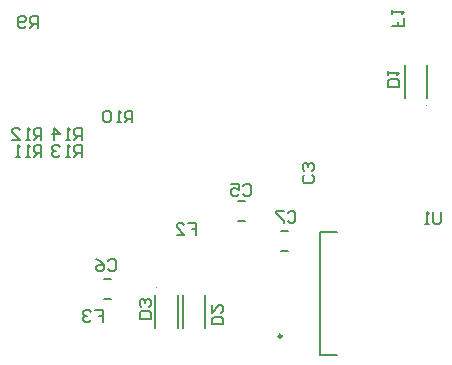
<source format=gbo>
G04 Layer_Color=32896*
%FSLAX44Y44*%
%MOMM*%
G71*
G01*
G75*
%ADD31C,0.2000*%
%ADD35C,0.2500*%
%ADD97C,0.1000*%
D31*
X406500Y223000D02*
Y251000D01*
X425500Y223000D02*
Y251000D01*
X152000Y69500D02*
X158000D01*
X152000Y52500D02*
X158000D01*
X214500Y28000D02*
Y56000D01*
X195500Y28000D02*
Y56000D01*
X218500Y28000D02*
Y56000D01*
X237500Y28000D02*
Y56000D01*
X265000Y135500D02*
X271000D01*
X265000Y118500D02*
X271000D01*
X302000Y110500D02*
X308000D01*
X302000Y93500D02*
X308000D01*
X334500Y5000D02*
X349000D01*
X334500Y109000D02*
X349000D01*
X334500Y5000D02*
Y109000D01*
X133000Y187000D02*
Y196997D01*
X128002D01*
X126335Y195331D01*
Y191998D01*
X128002Y190332D01*
X133000D01*
X129668D02*
X126335Y187000D01*
X123003D02*
X119671D01*
X121337D01*
Y196997D01*
X123003Y195331D01*
X109674Y187000D02*
Y196997D01*
X114673Y191998D01*
X108008D01*
X133000Y173000D02*
Y182997D01*
X128002D01*
X126335Y181331D01*
Y177998D01*
X128002Y176332D01*
X133000D01*
X129668D02*
X126335Y173000D01*
X123003D02*
X119671D01*
X121337D01*
Y182997D01*
X123003Y181331D01*
X114673D02*
X113006Y182997D01*
X109674D01*
X108008Y181331D01*
Y179664D01*
X109674Y177998D01*
X111340D01*
X109674D01*
X108008Y176332D01*
Y174666D01*
X109674Y173000D01*
X113006D01*
X114673Y174666D01*
X99000Y187000D02*
Y196997D01*
X94002D01*
X92336Y195331D01*
Y191998D01*
X94002Y190332D01*
X99000D01*
X95668D02*
X92336Y187000D01*
X89003D02*
X85671D01*
X87337D01*
Y196997D01*
X89003Y195331D01*
X74008Y187000D02*
X80673D01*
X74008Y193664D01*
Y195331D01*
X75674Y196997D01*
X79006D01*
X80673Y195331D01*
X99000Y173000D02*
Y182997D01*
X94002D01*
X92336Y181331D01*
Y177998D01*
X94002Y176332D01*
X99000D01*
X95668D02*
X92336Y173000D01*
X89003D02*
X85671D01*
X87337D01*
Y182997D01*
X89003Y181331D01*
X80673Y173000D02*
X77340D01*
X79006D01*
Y182997D01*
X80673Y181331D01*
X176000Y202000D02*
Y211997D01*
X171002D01*
X169335Y210331D01*
Y206998D01*
X171002Y205332D01*
X176000D01*
X172668D02*
X169335Y202000D01*
X166003D02*
X162671D01*
X164337D01*
Y211997D01*
X166003Y210331D01*
X157673D02*
X156006Y211997D01*
X152674D01*
X151008Y210331D01*
Y203666D01*
X152674Y202000D01*
X156006D01*
X157673Y203666D01*
Y210331D01*
X96000Y282000D02*
Y291997D01*
X91002D01*
X89335Y290331D01*
Y286998D01*
X91002Y285332D01*
X96000D01*
X92668D02*
X89335Y282000D01*
X86003Y283666D02*
X84337Y282000D01*
X81005D01*
X79339Y283666D01*
Y290331D01*
X81005Y291997D01*
X84337D01*
X86003Y290331D01*
Y288664D01*
X84337Y286998D01*
X79339D01*
X269335Y148331D02*
X271002Y149997D01*
X274334D01*
X276000Y148331D01*
Y141666D01*
X274334Y140000D01*
X271002D01*
X269335Y141666D01*
X259339Y149997D02*
X266003D01*
Y144998D01*
X262671Y146664D01*
X261005D01*
X259339Y144998D01*
Y141666D01*
X261005Y140000D01*
X264337D01*
X266003Y141666D01*
X437000Y125997D02*
Y117666D01*
X435334Y116000D01*
X432002D01*
X430336Y117666D01*
Y125997D01*
X427003Y116000D02*
X423671D01*
X425337D01*
Y125997D01*
X427003Y124331D01*
X144335Y42997D02*
X151000D01*
Y37998D01*
X147668D01*
X151000D01*
Y33000D01*
X141003Y41331D02*
X139337Y42997D01*
X136005D01*
X134339Y41331D01*
Y39664D01*
X136005Y37998D01*
X137671D01*
X136005D01*
X134339Y36332D01*
Y34666D01*
X136005Y33000D01*
X139337D01*
X141003Y34666D01*
X223335Y116997D02*
X230000D01*
Y111998D01*
X226668D01*
X230000D01*
Y107000D01*
X213339D02*
X220003D01*
X213339Y113665D01*
Y115331D01*
X215005Y116997D01*
X218337D01*
X220003Y115331D01*
X405997Y290665D02*
Y284000D01*
X400998D01*
Y287332D01*
Y284000D01*
X396000D01*
Y293997D02*
Y297329D01*
Y295663D01*
X405997D01*
X404331Y293997D01*
X191997Y36000D02*
X182000D01*
Y40998D01*
X183666Y42664D01*
X190331D01*
X191997Y40998D01*
Y36000D01*
X190331Y45997D02*
X191997Y47663D01*
Y50995D01*
X190331Y52661D01*
X188664D01*
X186998Y50995D01*
Y49329D01*
Y50995D01*
X185332Y52661D01*
X183666D01*
X182000Y50995D01*
Y47663D01*
X183666Y45997D01*
X252997Y31000D02*
X243000D01*
Y35998D01*
X244666Y37664D01*
X251331D01*
X252997Y35998D01*
Y31000D01*
X243000Y47661D02*
Y40997D01*
X249664Y47661D01*
X251331D01*
X252997Y45995D01*
Y42663D01*
X251331Y40997D01*
X401997Y232000D02*
X392000D01*
Y236998D01*
X393666Y238664D01*
X400331D01*
X401997Y236998D01*
Y232000D01*
X392000Y241997D02*
Y245329D01*
Y243663D01*
X401997D01*
X400331Y241997D01*
X307335Y125331D02*
X309002Y126997D01*
X312334D01*
X314000Y125331D01*
Y118666D01*
X312334Y117000D01*
X309002D01*
X307335Y118666D01*
X304003Y126997D02*
X297339D01*
Y125331D01*
X304003Y118666D01*
Y117000D01*
X155336Y84331D02*
X157002Y85997D01*
X160334D01*
X162000Y84331D01*
Y77666D01*
X160334Y76000D01*
X157002D01*
X155336Y77666D01*
X145339Y85997D02*
X148671Y84331D01*
X152003Y80998D01*
Y77666D01*
X150337Y76000D01*
X147005D01*
X145339Y77666D01*
Y79332D01*
X147005Y80998D01*
X152003D01*
X328331Y157664D02*
X329997Y155998D01*
Y152666D01*
X328331Y151000D01*
X321666D01*
X320000Y152666D01*
Y155998D01*
X321666Y157664D01*
X328331Y160997D02*
X329997Y162663D01*
Y165995D01*
X328331Y167661D01*
X326665D01*
X324998Y165995D01*
Y164329D01*
Y165995D01*
X323332Y167661D01*
X321666D01*
X320000Y165995D01*
Y162663D01*
X321666Y160997D01*
D35*
X302250Y21100D02*
G03*
X302250Y21100I-1250J0D01*
G01*
D97*
X425500Y216500D02*
G03*
X425500Y216500I-500J0D01*
G01*
X196500Y62500D02*
G03*
X196500Y62500I-500J0D01*
G01*
X237500Y21500D02*
G03*
X237500Y21500I-500J0D01*
G01*
M02*

</source>
